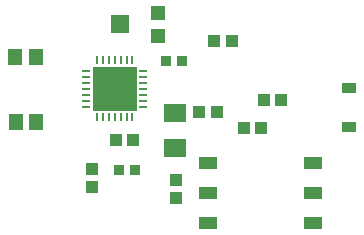
<source format=gtp>
G04 Layer_Color=7318015*
%FSLAX24Y24*%
%MOIN*%
G70*
G01*
G75*
%ADD10R,0.0453X0.0532*%
%ADD11R,0.0472X0.0472*%
%ADD12R,0.0591X0.0630*%
%ADD13R,0.0335X0.0374*%
%ADD14R,0.0413X0.0394*%
%ADD15R,0.0591X0.0433*%
%ADD16R,0.0591X0.0433*%
%ADD17R,0.0591X0.0433*%
%ADD18R,0.0394X0.0413*%
%ADD19R,0.0480X0.0358*%
%ADD20O,0.0098X0.0315*%
%ADD21O,0.0315X0.0098*%
%ADD22R,0.1457X0.1457*%
%ADD23R,0.0748X0.0610*%
D10*
X13218Y17884D02*
D03*
X13907D02*
D03*
X13228Y15718D02*
D03*
X13917D02*
D03*
D11*
X17982Y19350D02*
D03*
Y18563D02*
D03*
D12*
X16703Y18957D02*
D03*
D13*
X18248Y17726D02*
D03*
X18780D02*
D03*
X17215Y14094D02*
D03*
X16683D02*
D03*
D14*
X21486Y16437D02*
D03*
X22077D02*
D03*
X19331Y16024D02*
D03*
X19921D02*
D03*
X20827Y15502D02*
D03*
X21417D02*
D03*
X19843Y18396D02*
D03*
X20433D02*
D03*
X17146Y15098D02*
D03*
X16555D02*
D03*
D15*
X23140Y13341D02*
D03*
Y12341D02*
D03*
Y14341D02*
D03*
D16*
X19636D02*
D03*
D17*
Y13341D02*
D03*
Y12341D02*
D03*
D18*
X15768Y13553D02*
D03*
Y14144D02*
D03*
X18553Y13169D02*
D03*
Y13760D02*
D03*
D19*
X24321Y15535D02*
D03*
Y16827D02*
D03*
D20*
X15935Y15856D02*
D03*
X16132D02*
D03*
X16329D02*
D03*
X16526D02*
D03*
X16722D02*
D03*
X16919D02*
D03*
X17116D02*
D03*
Y17766D02*
D03*
X16919D02*
D03*
X16722D02*
D03*
X16526D02*
D03*
X16329D02*
D03*
X16132D02*
D03*
X15935D02*
D03*
D21*
X17480Y16220D02*
D03*
Y16417D02*
D03*
Y16614D02*
D03*
Y16811D02*
D03*
Y17008D02*
D03*
Y17205D02*
D03*
Y17402D02*
D03*
X15571D02*
D03*
Y17205D02*
D03*
Y17008D02*
D03*
Y16811D02*
D03*
Y16614D02*
D03*
Y16417D02*
D03*
Y16220D02*
D03*
D22*
X16526Y16811D02*
D03*
D23*
X18543Y16004D02*
D03*
Y14843D02*
D03*
M02*

</source>
